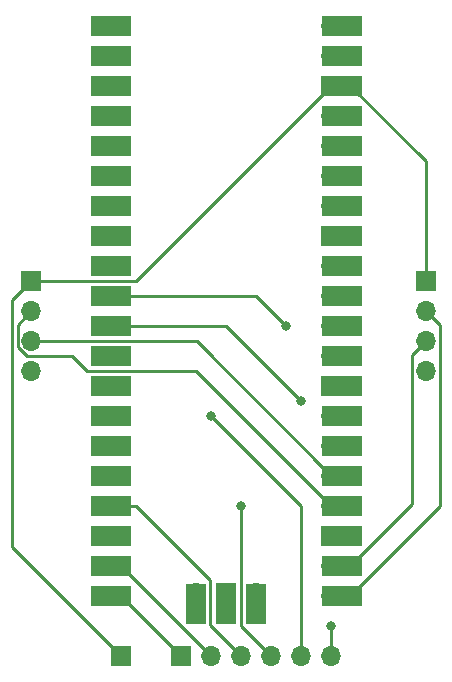
<source format=gtl>
%TF.GenerationSoftware,KiCad,Pcbnew,7.0.6-1.fc38*%
%TF.CreationDate,2023-07-24T16:30:41-04:00*%
%TF.ProjectId,driver-pcb,64726976-6572-42d7-9063-622e6b696361,rev?*%
%TF.SameCoordinates,Original*%
%TF.FileFunction,Copper,L1,Top*%
%TF.FilePolarity,Positive*%
%FSLAX46Y46*%
G04 Gerber Fmt 4.6, Leading zero omitted, Abs format (unit mm)*
G04 Created by KiCad (PCBNEW 7.0.6-1.fc38) date 2023-07-24 16:30:41*
%MOMM*%
%LPD*%
G01*
G04 APERTURE LIST*
%TA.AperFunction,ComponentPad*%
%ADD10O,1.700000X1.700000*%
%TD*%
%TA.AperFunction,ComponentPad*%
%ADD11R,1.700000X1.700000*%
%TD*%
%TA.AperFunction,SMDPad,CuDef*%
%ADD12R,3.500000X1.700000*%
%TD*%
%TA.AperFunction,SMDPad,CuDef*%
%ADD13R,1.700000X3.500000*%
%TD*%
%TA.AperFunction,ViaPad*%
%ADD14C,0.800000*%
%TD*%
%TA.AperFunction,Conductor*%
%ADD15C,0.250000*%
%TD*%
G04 APERTURE END LIST*
D10*
%TO.P,U1,1,GPIO0*%
%TO.N,unconnected-(U1-GPIO0-Pad1)*%
X132080000Y-48260000D03*
%TO.P,U1,2,GPIO1*%
%TO.N,unconnected-(U1-GPIO1-Pad2)*%
X132080000Y-50800000D03*
D11*
%TO.P,U1,3,GND*%
%TO.N,unconnected-(U1-GND-Pad3)*%
X132080000Y-53340000D03*
D10*
%TO.P,U1,4,GPIO2*%
%TO.N,unconnected-(U1-GPIO2-Pad4)*%
X132080000Y-55880000D03*
%TO.P,U1,5,GPIO3*%
%TO.N,unconnected-(U1-GPIO3-Pad5)*%
X132080000Y-58420000D03*
%TO.P,U1,6,GPIO4*%
%TO.N,unconnected-(U1-GPIO4-Pad6)*%
X132080000Y-60960000D03*
%TO.P,U1,7,GPIO5*%
%TO.N,unconnected-(U1-GPIO5-Pad7)*%
X132080000Y-63500000D03*
D11*
%TO.P,U1,8,GND*%
%TO.N,unconnected-(U1-GND-Pad8)*%
X132080000Y-66040000D03*
D10*
%TO.P,U1,9,GPIO6*%
%TO.N,unconnected-(U1-GPIO6-Pad9)*%
X132080000Y-68580000D03*
%TO.P,U1,10,GPIO7*%
%TO.N,/IN4*%
X132080000Y-71120000D03*
%TO.P,U1,11,GPIO8*%
%TO.N,/IN3*%
X132080000Y-73660000D03*
%TO.P,U1,12,GPIO9*%
%TO.N,/ENB*%
X132080000Y-76200000D03*
D11*
%TO.P,U1,13,GND*%
%TO.N,unconnected-(U1-GND-Pad13)*%
X132080000Y-78740000D03*
D10*
%TO.P,U1,14,GPIO10*%
%TO.N,unconnected-(U1-GPIO10-Pad14)*%
X132080000Y-81280000D03*
%TO.P,U1,15,GPIO11*%
%TO.N,unconnected-(U1-GPIO11-Pad15)*%
X132080000Y-83820000D03*
%TO.P,U1,16,GPIO12*%
%TO.N,unconnected-(U1-GPIO12-Pad16)*%
X132080000Y-86360000D03*
%TO.P,U1,17,GPIO13*%
%TO.N,/IN2*%
X132080000Y-88900000D03*
D11*
%TO.P,U1,18,GND*%
%TO.N,unconnected-(U1-GND-Pad18)*%
X132080000Y-91440000D03*
D10*
%TO.P,U1,19,GPIO14*%
%TO.N,/IN1*%
X132080000Y-93980000D03*
%TO.P,U1,20,GPIO15*%
%TO.N,/ENA*%
X132080000Y-96520000D03*
%TO.P,U1,21,GPIO16*%
%TO.N,Net-(J1-Pin_2)*%
X149860000Y-96520000D03*
%TO.P,U1,22,GPIO17*%
%TO.N,Net-(J1-Pin_3)*%
X149860000Y-93980000D03*
D11*
%TO.P,U1,23,GND*%
%TO.N,unconnected-(U1-GND-Pad23)*%
X149860000Y-91440000D03*
D10*
%TO.P,U1,24,GPIO18*%
%TO.N,Net-(J2-Pin_2)*%
X149860000Y-88900000D03*
%TO.P,U1,25,GPIO19*%
%TO.N,Net-(J2-Pin_3)*%
X149860000Y-86360000D03*
%TO.P,U1,26,GPIO20*%
%TO.N,unconnected-(U1-GPIO20-Pad26)*%
X149860000Y-83820000D03*
%TO.P,U1,27,GPIO21*%
%TO.N,unconnected-(U1-GPIO21-Pad27)*%
X149860000Y-81280000D03*
D11*
%TO.P,U1,28,GND*%
%TO.N,unconnected-(U1-GND-Pad28)*%
X149860000Y-78740000D03*
D10*
%TO.P,U1,29,GPIO22*%
%TO.N,unconnected-(U1-GPIO22-Pad29)*%
X149860000Y-76200000D03*
%TO.P,U1,30,RUN*%
%TO.N,unconnected-(U1-RUN-Pad30)*%
X149860000Y-73660000D03*
%TO.P,U1,31,GPIO26_ADC0*%
%TO.N,unconnected-(U1-GPIO26_ADC0-Pad31)*%
X149860000Y-71120000D03*
%TO.P,U1,32,GPIO27_ADC1*%
%TO.N,unconnected-(U1-GPIO27_ADC1-Pad32)*%
X149860000Y-68580000D03*
D11*
%TO.P,U1,33,AGND*%
%TO.N,unconnected-(U1-AGND-Pad33)*%
X149860000Y-66040000D03*
D10*
%TO.P,U1,34,GPIO28_ADC2*%
%TO.N,unconnected-(U1-GPIO28_ADC2-Pad34)*%
X149860000Y-63500000D03*
%TO.P,U1,35,ADC_VREF*%
%TO.N,unconnected-(U1-ADC_VREF-Pad35)*%
X149860000Y-60960000D03*
%TO.P,U1,36,3V3*%
%TO.N,+3.3V*%
X149860000Y-58420000D03*
%TO.P,U1,37,3V3_EN*%
%TO.N,unconnected-(U1-3V3_EN-Pad37)*%
X149860000Y-55880000D03*
D11*
%TO.P,U1,38,GND*%
%TO.N,GND*%
X149860000Y-53340000D03*
D10*
%TO.P,U1,39,VSYS*%
%TO.N,unconnected-(U1-VSYS-Pad39)*%
X149860000Y-50800000D03*
%TO.P,U1,40,VBUS*%
%TO.N,unconnected-(U1-VBUS-Pad40)*%
X149860000Y-48260000D03*
D12*
%TO.P,U1,1,GPIO0*%
%TO.N,unconnected-(U1-GPIO0-Pad1)*%
X131180000Y-48260000D03*
%TO.P,U1,2,GPIO1*%
%TO.N,unconnected-(U1-GPIO1-Pad2)*%
X131180000Y-50800000D03*
%TO.P,U1,3,GND*%
%TO.N,unconnected-(U1-GND-Pad3)*%
X131180000Y-53340000D03*
%TO.P,U1,4,GPIO2*%
%TO.N,unconnected-(U1-GPIO2-Pad4)*%
X131180000Y-55880000D03*
%TO.P,U1,5,GPIO3*%
%TO.N,unconnected-(U1-GPIO3-Pad5)*%
X131180000Y-58420000D03*
%TO.P,U1,6,GPIO4*%
%TO.N,unconnected-(U1-GPIO4-Pad6)*%
X131180000Y-60960000D03*
%TO.P,U1,7,GPIO5*%
%TO.N,unconnected-(U1-GPIO5-Pad7)*%
X131180000Y-63500000D03*
%TO.P,U1,8,GND*%
%TO.N,unconnected-(U1-GND-Pad8)*%
X131180000Y-66040000D03*
%TO.P,U1,9,GPIO6*%
%TO.N,unconnected-(U1-GPIO6-Pad9)*%
X131180000Y-68580000D03*
%TO.P,U1,10,GPIO7*%
%TO.N,/IN4*%
X131180000Y-71120000D03*
%TO.P,U1,11,GPIO8*%
%TO.N,/IN3*%
X131180000Y-73660000D03*
%TO.P,U1,12,GPIO9*%
%TO.N,/ENB*%
X131180000Y-76200000D03*
%TO.P,U1,13,GND*%
%TO.N,unconnected-(U1-GND-Pad13)*%
X131180000Y-78740000D03*
%TO.P,U1,14,GPIO10*%
%TO.N,unconnected-(U1-GPIO10-Pad14)*%
X131180000Y-81280000D03*
%TO.P,U1,15,GPIO11*%
%TO.N,unconnected-(U1-GPIO11-Pad15)*%
X131180000Y-83820000D03*
%TO.P,U1,16,GPIO12*%
%TO.N,unconnected-(U1-GPIO12-Pad16)*%
X131180000Y-86360000D03*
%TO.P,U1,17,GPIO13*%
%TO.N,/IN2*%
X131180000Y-88900000D03*
%TO.P,U1,18,GND*%
%TO.N,unconnected-(U1-GND-Pad18)*%
X131180000Y-91440000D03*
%TO.P,U1,19,GPIO14*%
%TO.N,/IN1*%
X131180000Y-93980000D03*
%TO.P,U1,20,GPIO15*%
%TO.N,/ENA*%
X131180000Y-96520000D03*
%TO.P,U1,40,VBUS*%
%TO.N,unconnected-(U1-VBUS-Pad40)*%
X150760000Y-48260000D03*
%TO.P,U1,39,VSYS*%
%TO.N,unconnected-(U1-VSYS-Pad39)*%
X150760000Y-50800000D03*
%TO.P,U1,38,GND*%
%TO.N,GND*%
X150760000Y-53340000D03*
%TO.P,U1,37,3V3_EN*%
%TO.N,unconnected-(U1-3V3_EN-Pad37)*%
X150760000Y-55880000D03*
%TO.P,U1,36,3V3*%
%TO.N,+3.3V*%
X150760000Y-58420000D03*
%TO.P,U1,35,ADC_VREF*%
%TO.N,unconnected-(U1-ADC_VREF-Pad35)*%
X150760000Y-60960000D03*
%TO.P,U1,34,GPIO28_ADC2*%
%TO.N,unconnected-(U1-GPIO28_ADC2-Pad34)*%
X150760000Y-63500000D03*
%TO.P,U1,33,AGND*%
%TO.N,unconnected-(U1-AGND-Pad33)*%
X150760000Y-66040000D03*
%TO.P,U1,32,GPIO27_ADC1*%
%TO.N,unconnected-(U1-GPIO27_ADC1-Pad32)*%
X150760000Y-68580000D03*
%TO.P,U1,31,GPIO26_ADC0*%
%TO.N,unconnected-(U1-GPIO26_ADC0-Pad31)*%
X150760000Y-71120000D03*
%TO.P,U1,30,RUN*%
%TO.N,unconnected-(U1-RUN-Pad30)*%
X150760000Y-73660000D03*
%TO.P,U1,29,GPIO22*%
%TO.N,unconnected-(U1-GPIO22-Pad29)*%
X150760000Y-76200000D03*
%TO.P,U1,28,GND*%
%TO.N,unconnected-(U1-GND-Pad28)*%
X150760000Y-78740000D03*
%TO.P,U1,27,GPIO21*%
%TO.N,unconnected-(U1-GPIO21-Pad27)*%
X150760000Y-81280000D03*
%TO.P,U1,26,GPIO20*%
%TO.N,unconnected-(U1-GPIO20-Pad26)*%
X150760000Y-83820000D03*
%TO.P,U1,25,GPIO19*%
%TO.N,Net-(J2-Pin_3)*%
X150760000Y-86360000D03*
%TO.P,U1,24,GPIO18*%
%TO.N,Net-(J2-Pin_2)*%
X150760000Y-88900000D03*
%TO.P,U1,23,GND*%
%TO.N,unconnected-(U1-GND-Pad23)*%
X150760000Y-91440000D03*
%TO.P,U1,22,GPIO17*%
%TO.N,Net-(J1-Pin_3)*%
X150760000Y-93980000D03*
%TO.P,U1,21,GPIO16*%
%TO.N,Net-(J1-Pin_2)*%
X150760000Y-96520000D03*
D13*
%TO.P,U1,41,SWCLK*%
%TO.N,unconnected-(U1-SWCLK-Pad41)*%
X138430000Y-97190000D03*
D10*
X138430000Y-96290000D03*
D13*
%TO.P,U1,42,GND*%
%TO.N,unconnected-(U1-GND-Pad42)*%
X140970000Y-97190000D03*
D11*
X140970000Y-96290000D03*
D13*
%TO.P,U1,43,SWDIO*%
%TO.N,unconnected-(U1-SWDIO-Pad43)*%
X143510000Y-97190000D03*
D10*
X143510000Y-96290000D03*
%TD*%
%TO.P,J4,6,Pin_6*%
%TO.N,/ENB*%
X149860000Y-101600000D03*
%TO.P,J4,5,Pin_5*%
%TO.N,/IN4*%
X147320000Y-101600000D03*
%TO.P,J4,4,Pin_4*%
%TO.N,/IN3*%
X144780000Y-101600000D03*
%TO.P,J4,3,Pin_3*%
%TO.N,/IN2*%
X142240000Y-101600000D03*
%TO.P,J4,2,Pin_2*%
%TO.N,/IN1*%
X139700000Y-101600000D03*
D11*
%TO.P,J4,1,Pin_1*%
%TO.N,/ENA*%
X137160000Y-101600000D03*
%TD*%
%TO.P,J3,1,Pin_1*%
%TO.N,GND*%
X132080000Y-101600000D03*
%TD*%
%TO.P,J2,1,Pin_1*%
%TO.N,GND*%
X124460000Y-69860000D03*
D10*
%TO.P,J2,2,Pin_2*%
%TO.N,Net-(J2-Pin_2)*%
X124460000Y-72400000D03*
%TO.P,J2,3,Pin_3*%
%TO.N,Net-(J2-Pin_3)*%
X124460000Y-74940000D03*
%TO.P,J2,4,Pin_4*%
%TO.N,+3.3V*%
X124460000Y-77480000D03*
%TD*%
D11*
%TO.P,J1,1,Pin_1*%
%TO.N,GND*%
X157875000Y-69850000D03*
D10*
%TO.P,J1,2,Pin_2*%
%TO.N,Net-(J1-Pin_2)*%
X157875000Y-72390000D03*
%TO.P,J1,3,Pin_3*%
%TO.N,Net-(J1-Pin_3)*%
X157875000Y-74930000D03*
%TO.P,J1,4,Pin_4*%
%TO.N,+3.3V*%
X157875000Y-77470000D03*
%TD*%
D14*
%TO.N,/ENB*%
X149860000Y-99060000D03*
%TO.N,/IN4*%
X146050000Y-73660000D03*
X139700000Y-81280000D03*
%TO.N,/IN3*%
X147320000Y-80010000D03*
X142240000Y-88900000D03*
%TD*%
D15*
%TO.N,GND*%
X122835000Y-71485000D02*
X124460000Y-69860000D01*
X122835000Y-92355000D02*
X122835000Y-71485000D01*
X132080000Y-101600000D02*
X122835000Y-92355000D01*
%TO.N,/ENA*%
X137160000Y-101600000D02*
X132080000Y-96520000D01*
%TO.N,/IN1*%
X139700000Y-101600000D02*
X132080000Y-93980000D01*
%TO.N,/IN2*%
X139605000Y-98965000D02*
X139605000Y-95155000D01*
X142240000Y-101600000D02*
X139605000Y-98965000D01*
X133350000Y-88900000D02*
X132080000Y-88900000D01*
X139605000Y-95155000D02*
X133350000Y-88900000D01*
%TO.N,/IN3*%
X142240000Y-99060000D02*
X142240000Y-88900000D01*
X144780000Y-101600000D02*
X142240000Y-99060000D01*
%TO.N,/IN4*%
X147320000Y-101600000D02*
X147320000Y-88900000D01*
X147320000Y-88900000D02*
X139700000Y-81280000D01*
%TO.N,/ENB*%
X149860000Y-101600000D02*
X149860000Y-99060000D01*
%TO.N,/IN4*%
X143510000Y-71120000D02*
X132080000Y-71120000D01*
X146050000Y-73660000D02*
X143510000Y-71120000D01*
%TO.N,/IN3*%
X140970000Y-73660000D02*
X132080000Y-73660000D01*
X147320000Y-80010000D02*
X140970000Y-73660000D01*
%TO.N,Net-(J2-Pin_2)*%
X124460000Y-72400000D02*
X123285000Y-73575000D01*
X129200000Y-77470000D02*
X138430000Y-77470000D01*
X123285000Y-73575000D02*
X123285000Y-75426701D01*
X123285000Y-75426701D02*
X124058299Y-76200000D01*
X124058299Y-76200000D02*
X127930000Y-76200000D01*
X127930000Y-76200000D02*
X129200000Y-77470000D01*
X138430000Y-77470000D02*
X149860000Y-88900000D01*
%TO.N,Net-(J2-Pin_3)*%
X124460000Y-74940000D02*
X138440000Y-74940000D01*
X138440000Y-74940000D02*
X149860000Y-86360000D01*
%TO.N,GND*%
X124460000Y-69860000D02*
X133340000Y-69860000D01*
X133340000Y-69860000D02*
X149860000Y-53340000D01*
%TO.N,Net-(J1-Pin_2)*%
X149860000Y-96520000D02*
X151470000Y-96520000D01*
X151470000Y-96520000D02*
X159050000Y-88940000D01*
X159050000Y-88940000D02*
X159050000Y-73565000D01*
X159050000Y-73565000D02*
X157875000Y-72390000D01*
%TO.N,Net-(J1-Pin_3)*%
X149860000Y-93980000D02*
X151470000Y-93980000D01*
X151470000Y-93980000D02*
X156700000Y-88750000D01*
X156700000Y-88750000D02*
X156700000Y-76105000D01*
X156700000Y-76105000D02*
X157875000Y-74930000D01*
%TO.N,GND*%
X157875000Y-69850000D02*
X157875000Y-59745000D01*
X157875000Y-59745000D02*
X151470000Y-53340000D01*
X151470000Y-53340000D02*
X149860000Y-53340000D01*
%TD*%
M02*

</source>
